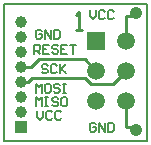
<source format=gtl>
G04 Layer_Physical_Order=1*
G04 Layer_Color=255*
%FSLAX25Y25*%
%MOIN*%
G70*
G01*
G75*
%ADD10C,0.01000*%
%ADD11C,0.00500*%
%ADD12C,0.04200*%
%ADD13C,0.05906*%
%ADD14R,0.05906X0.05906*%
%ADD15C,0.03937*%
%ADD16R,0.03937X0.03937*%
D10*
X350500Y121500D02*
X351500Y120500D01*
X348000Y121500D02*
X350500D01*
Y158500D02*
X351500Y159500D01*
X348000Y158500D02*
X350500D01*
X348000Y130255D02*
X348097Y130352D01*
X348000Y121500D02*
Y130255D01*
Y150449D02*
X348097Y150352D01*
X348000Y150449D02*
Y158500D01*
X334252Y137900D02*
X336252Y135899D01*
X316978Y137900D02*
X334252D01*
X316879Y137999D02*
X316978Y137900D01*
X334350Y144099D02*
X338097Y140352D01*
X319044Y144099D02*
X334350D01*
X316445Y141500D02*
X319044Y144099D01*
X313000Y141500D02*
X316445D01*
X343644Y135899D02*
X348097Y140352D01*
X336252Y135899D02*
X343644D01*
X315380Y136500D02*
X316879Y137999D01*
X313000Y136500D02*
X315380D01*
X331500Y154000D02*
X333499D01*
X332500D01*
Y159998D01*
X331500Y158998D01*
D11*
X337999Y122499D02*
X337499Y122999D01*
X336500D01*
X336000Y122499D01*
Y120500D01*
X336500Y120000D01*
X337499D01*
X337999Y120500D01*
Y121500D01*
X337000D01*
X338999Y120000D02*
Y122999D01*
X340998Y120000D01*
Y122999D01*
X341998D02*
Y120000D01*
X343498D01*
X343997Y120500D01*
Y122499D01*
X343498Y122999D01*
X341998D01*
X336000Y160499D02*
Y158500D01*
X337000Y157500D01*
X337999Y158500D01*
Y160499D01*
X340998Y159999D02*
X340498Y160499D01*
X339499D01*
X338999Y159999D01*
Y158000D01*
X339499Y157500D01*
X340498D01*
X340998Y158000D01*
X343997Y159999D02*
X343498Y160499D01*
X342498D01*
X341998Y159999D01*
Y158000D01*
X342498Y157500D01*
X343498D01*
X343997Y158000D01*
X318500Y126999D02*
Y125000D01*
X319500Y124000D01*
X320499Y125000D01*
Y126999D01*
X323498Y126499D02*
X322998Y126999D01*
X321999D01*
X321499Y126499D01*
Y124500D01*
X321999Y124000D01*
X322998D01*
X323498Y124500D01*
X326497Y126499D02*
X325998Y126999D01*
X324998D01*
X324498Y126499D01*
Y124500D01*
X324998Y124000D01*
X325998D01*
X326497Y124500D01*
X318000Y128500D02*
Y131499D01*
X319000Y130499D01*
X319999Y131499D01*
Y128500D01*
X320999Y131499D02*
X321999D01*
X321499D01*
Y128500D01*
X320999D01*
X321999D01*
X325498Y130999D02*
X324998Y131499D01*
X323998D01*
X323498Y130999D01*
Y130499D01*
X323998Y129999D01*
X324998D01*
X325498Y129500D01*
Y129000D01*
X324998Y128500D01*
X323998D01*
X323498Y129000D01*
X327997Y131499D02*
X326997D01*
X326497Y130999D01*
Y129000D01*
X326997Y128500D01*
X327997D01*
X328497Y129000D01*
Y130999D01*
X327997Y131499D01*
X318000Y133000D02*
Y135999D01*
X319000Y134999D01*
X319999Y135999D01*
Y133000D01*
X322498Y135999D02*
X321499D01*
X320999Y135499D01*
Y133500D01*
X321499Y133000D01*
X322498D01*
X322998Y133500D01*
Y135499D01*
X322498Y135999D01*
X325997Y135499D02*
X325498Y135999D01*
X324498D01*
X323998Y135499D01*
Y134999D01*
X324498Y134500D01*
X325498D01*
X325997Y134000D01*
Y133500D01*
X325498Y133000D01*
X324498D01*
X323998Y133500D01*
X326997Y135999D02*
X327997D01*
X327497D01*
Y133000D01*
X326997D01*
X327997D01*
X321999Y141999D02*
X321499Y142499D01*
X320500D01*
X320000Y141999D01*
Y141499D01*
X320500Y140999D01*
X321499D01*
X321999Y140500D01*
Y140000D01*
X321499Y139500D01*
X320500D01*
X320000Y140000D01*
X324998Y141999D02*
X324499Y142499D01*
X323499D01*
X322999Y141999D01*
Y140000D01*
X323499Y139500D01*
X324499D01*
X324998Y140000D01*
X325998Y142499D02*
Y139500D01*
Y140500D01*
X327997Y142499D01*
X326498Y140999D01*
X327997Y139500D01*
X317500Y146000D02*
Y148999D01*
X319000D01*
X319499Y148499D01*
Y147500D01*
X319000Y147000D01*
X317500D01*
X318500D02*
X319499Y146000D01*
X322498Y148999D02*
X320499D01*
Y146000D01*
X322498D01*
X320499Y147500D02*
X321499D01*
X325497Y148499D02*
X324998Y148999D01*
X323998D01*
X323498Y148499D01*
Y147999D01*
X323998Y147500D01*
X324998D01*
X325497Y147000D01*
Y146500D01*
X324998Y146000D01*
X323998D01*
X323498Y146500D01*
X328496Y148999D02*
X326497D01*
Y146000D01*
X328496D01*
X326497Y147500D02*
X327497D01*
X329496Y148999D02*
X331495D01*
X330496D01*
Y146000D01*
X319999Y153499D02*
X319499Y153999D01*
X318500D01*
X318000Y153499D01*
Y151500D01*
X318500Y151000D01*
X319499D01*
X319999Y151500D01*
Y152499D01*
X319000D01*
X320999Y151000D02*
Y153999D01*
X322998Y151000D01*
Y153999D01*
X323998D02*
Y151000D01*
X325498D01*
X325997Y151500D01*
Y153499D01*
X325498Y153999D01*
X323998D01*
X307500Y117000D02*
Y162500D01*
Y117000D02*
X355000D01*
Y162500D01*
X307500D02*
X355000D01*
D12*
X351500Y159500D02*
D03*
Y120500D02*
D03*
D13*
X348097Y130352D02*
D03*
X338097D02*
D03*
X348097Y140352D02*
D03*
X338097D02*
D03*
X348097Y150352D02*
D03*
D14*
X338097D02*
D03*
D15*
X313000Y156500D02*
D03*
Y151500D02*
D03*
Y146500D02*
D03*
Y141500D02*
D03*
Y136500D02*
D03*
Y131500D02*
D03*
Y126500D02*
D03*
D16*
Y121500D02*
D03*
M02*

</source>
